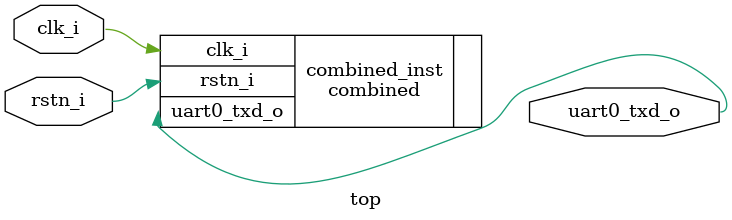
<source format=v>
`timescale 1ns / 1ps
module top (
    input clk_i,    // Íâ²¿Ê±ÖÓÐÅºÅ£¬100MHz
    input rstn_i,    // Íâ²¿¸´Î»ÐÅºÅ£¬µÍµçÆ½ÓÐÐ§
    output uart0_txd_o
);
    combined combined_inst(
        .clk_i(clk_i),
        .rstn_i(rstn_i),
        .uart0_txd_o(uart0_txd_o)
    );
endmodule

</source>
